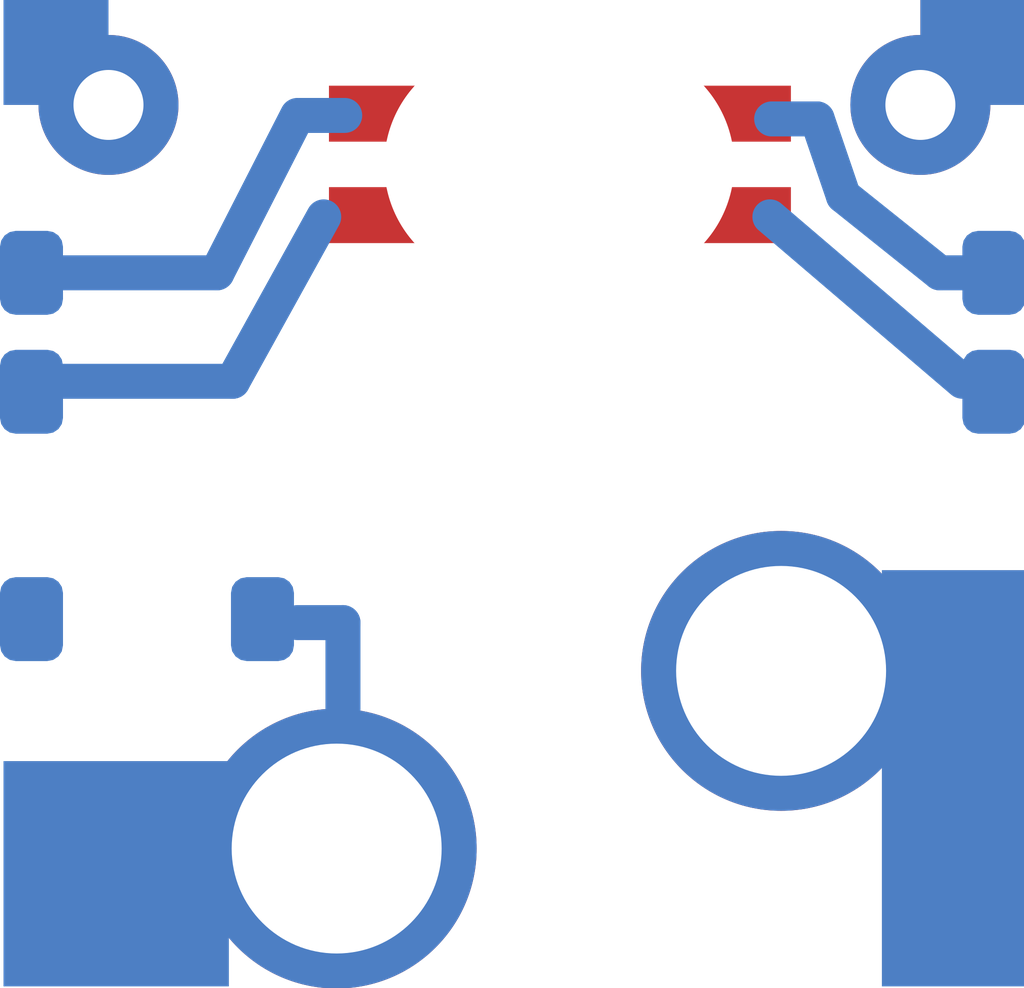
<source format=kicad_pcb>
(kicad_pcb (version 20221018) (generator pcbnew)
  (layers (0 "F.Cu" signal) (31 "B.Cu" signal) (34 "B.Paste" user) (35 "F.Paste" user) (36 "B.SilkS" user "B.Silkscreen") (37 "F.SilkS" user "F.Silkscreen") (38 "B.Mask" user) (39 "F.Mask" user) (44 "Edge.Cuts" user))
  (net 0 "")
  (net 1 "Net-(U1-COL-Pad1)")
  (net 2 "Net-(U1-ROW)")
  (net 3 "Net-(U1-COL-Pad3)")
  (footprint "socket_multi_mechanical_keyboard:socket_MX_hotswap" (layer "F.Cu") (at 96.95 98.8)
    (fp_text reference "U1" (at 0 -0.5 unlocked) (layer "F.SilkS") (effects (font (thickness 0.1))))
    (fp_text value "~")
    (fp_line (start -4.25 -3.15) (end -6.775 -3.15) (stroke (width 0.5)) (layer "B.Cu"))
    (fp_line (start -4.025 -1.6) (end -6.9 -1.6) (stroke (width 0.5)) (layer "B.Cu"))
    (fp_line (start -3.1 -5.4) (end -4.25 -3.15) (stroke (width 0.5)) (layer "B.Cu"))
    (fp_line (start -2.725 -3.95) (end -4.025 -1.6) (stroke (width 0.5)) (layer "B.Cu"))
    (fp_line (start -2.45 1.85) (end -3.1 1.85) (stroke (width 0.5)) (layer "B.Cu"))
    (fp_line (start -2.45 1.85) (end -2.45 3.3) (stroke (width 0.5)) (layer "B.Cu"))
    (fp_line (start -2.425 -5.4) (end -3.075 -5.4) (stroke (width 0.5)) (layer "B.Cu"))
    (fp_line (start 4.325 -5.35) (end 3.675 -5.35) (stroke (width 0.5)) (layer "B.Cu"))
    (fp_line (start 4.7 -4.25) (end 4.325 -5.35) (stroke (width 0.5)) (layer "B.Cu"))
    (fp_line (start 6.075 -3.15) (end 4.7 -4.25) (stroke (width 0.5)) (layer "B.Cu"))
    (fp_line (start 6.4 -1.6) (end 3.65 -3.95) (stroke (width 0.5)) (layer "B.Cu"))
    (fp_line (start 6.725 -3.15) (end 6.075 -3.15) (stroke (width 0.5)) (layer "B.Cu"))
    (pad "" smd rect (at -6.55 -6.3) (size 1.5 1.5) (layers "*.Paste" "*.Mask" "F.Cu"))
    (pad "" smd rect (at -6.55 -6.3) (size 1.5 1.5) (layers "B.Cu" "B.Paste" "B.Mask"))
    (pad "" smd rect (at -5.69 5.44) (size 3.22 3.22) (layers "B.Cu" "B.Paste" "B.Mask"))
    (pad "" np_thru_hole circle (at -5.5 0 180) (size 1.7018 1.7018) (drill 1.7018) (layers "*.Cu" "*.Mask"))
    (pad "" smd roundrect (at -3.6 1.8) (size 0.9 1.2) (layers "B.Cu" "B.Paste" "B.Mask"))
    (pad "" thru_hole circle (at -2.54 5.08) (size 4 4) (drill 3) (layers "*.Cu" "*.Mask"))
    (pad "" np_thru_hole circle (at 0 0) (size 3.8 3.8) (drill 5) (layers "F&B.Cu" "*.Mask"))
    (pad "" np_thru_hole oval (at 0.64 -4.698 180) (size 5 3.35) (drill oval 5 3.35) (layers "F&B.Cu" "*.Mask"))
    (pad "" np_thru_hole circle (at 0.65 -4.7) (size 3.3 3.3) (drill 3.3) (layers "*.Cu" "*.Mask"))
    (pad "" thru_hole circle (at 3.81 2.54) (size 4 4) (drill 3) (layers "*.Cu" "*.Mask") (net 2 "Net-(U1-ROW)"))
    (pad "" np_thru_hole circle (at 5.5 0 180) (size 1.7018 1.7018) (drill 1.7018) (layers "*.Cu" "*.Mask"))
    (pad "" smd rect (at 6.275 4.075) (size 2.05 5.95) (layers "B.Cu" "B.Paste" "B.Mask") (net 2 "Net-(U1-ROW)"))
    (pad "" smd rect (at 6.55 -6.3) (size 1.5 1.5) (layers "*.Paste" "*.Mask" "F.Cu"))
    (pad "" smd rect (at 6.55 -6.3) (size 1.5 1.5) (layers "B.Cu" "B.Paste" "B.Mask"))
    (pad "1" smd roundrect (at -6.9 1.8) (size 0.9 1.2) (layers "B.Cu" "B.Paste" "B.Mask") (net 1 "Net-(U1-COL-Pad1)"))
    (pad "1" thru_hole circle (at -5.8 -5.55) (size 2 2) (drill 1) (layers "*.Cu" "*.Mask"))
    (pad "2" thru_hole circle (at 5.8 -5.55) (size 2 2) (drill 1) (layers "*.Cu" "*.Mask"))
    (pad "3" smd rect (at 3.25 -5.425) (size 1.4 0.8) (layers "*.Paste" "*.Mask" "F.Cu") (net 3 "Net-(U1-COL-Pad3)"))
    (pad "3" smd roundrect (at 6.85 -3.15) (size 0.9 1.2) (layers "*.Paste" "*.Mask" "B.Cu"))
    (pad "4" smd roundrect (at -6.9 -3.15) (size 0.9 1.2) (layers "*.Paste" "*.Mask" "B.Cu") (net 3 "Net-(U1-COL-Pad3)"))
    (pad "4" smd rect (at -1.95 -5.425) (size 1.4 0.8) (layers "*.Paste" "*.Mask" "F.Cu"))
    (pad "5" smd roundrect (at -6.9 -1.45) (size 0.9 1.2) (layers "*.Paste" "*.Mask" "B.Cu"))
    (pad "5" smd rect (at -1.95 -3.975) (size 1.4 0.8) (layers "*.Paste" "*.Mask" "F.Cu"))
    (pad "6" smd rect (at 3.25 -3.975) (size 1.4 0.8) (layers "*.Paste" "*.Mask" "F.Cu"))
    (pad "6" smd roundrect (at 6.85 -1.45) (size 0.9 1.2) (layers "*.Paste" "*.Mask" "B.Cu"))
  )
)
</source>
